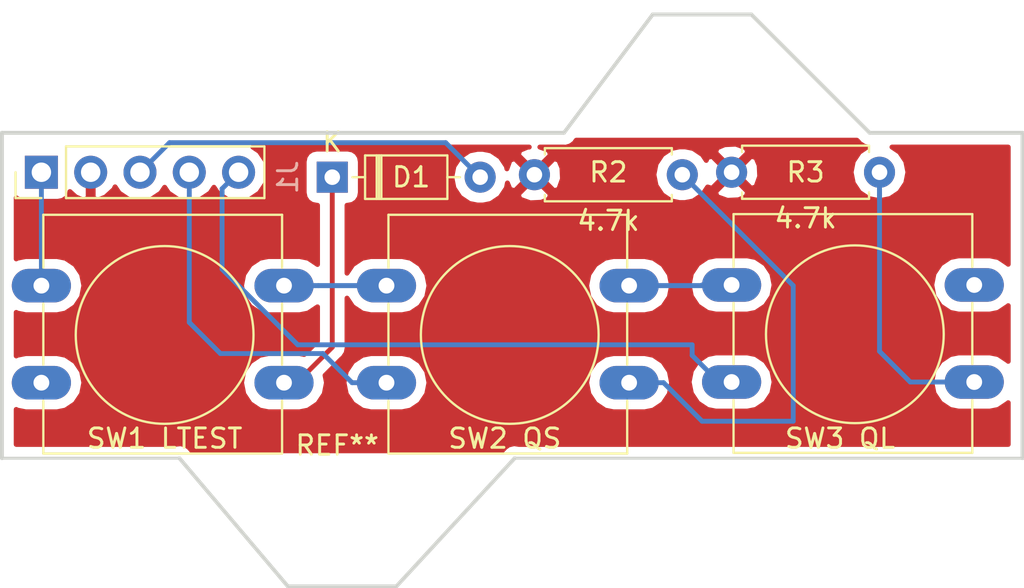
<source format=kicad_pcb>
(kicad_pcb (version 20171130) (host pcbnew "(5.0.2)-1")

  (general
    (thickness 1.6)
    (drawings 12)
    (tracks 36)
    (zones 0)
    (modules 9)
    (nets 7)
  )

  (page A4)
  (layers
    (0 F.Cu signal)
    (31 B.Cu signal)
    (32 B.Adhes user)
    (33 F.Adhes user)
    (34 B.Paste user)
    (35 F.Paste user)
    (36 B.SilkS user)
    (37 F.SilkS user)
    (38 B.Mask user)
    (39 F.Mask user)
    (40 Dwgs.User user)
    (41 Cmts.User user)
    (42 Eco1.User user)
    (43 Eco2.User user)
    (44 Edge.Cuts user)
    (45 Margin user)
    (46 B.CrtYd user)
    (47 F.CrtYd user)
    (48 B.Fab user)
    (49 F.Fab user)
  )

  (setup
    (last_trace_width 0.25)
    (trace_clearance 0.2)
    (zone_clearance 0.508)
    (zone_45_only no)
    (trace_min 0.2)
    (segment_width 0.2)
    (edge_width 0.15)
    (via_size 0.8)
    (via_drill 0.4)
    (via_min_size 0.4)
    (via_min_drill 0.3)
    (uvia_size 0.3)
    (uvia_drill 0.1)
    (uvias_allowed no)
    (uvia_min_size 0.2)
    (uvia_min_drill 0.1)
    (pcb_text_width 0.3)
    (pcb_text_size 1.5 1.5)
    (mod_edge_width 0.15)
    (mod_text_size 1 1)
    (mod_text_width 0.15)
    (pad_size 1.524 1.524)
    (pad_drill 0.762)
    (pad_to_mask_clearance 0.051)
    (solder_mask_min_width 0.25)
    (aux_axis_origin 0 0)
    (visible_elements 7FFFFFFF)
    (pcbplotparams
      (layerselection 0x010fc_ffffffff)
      (usegerberextensions false)
      (usegerberattributes false)
      (usegerberadvancedattributes false)
      (creategerberjobfile false)
      (excludeedgelayer true)
      (linewidth 0.100000)
      (plotframeref false)
      (viasonmask false)
      (mode 1)
      (useauxorigin false)
      (hpglpennumber 1)
      (hpglpenspeed 20)
      (hpglpendiameter 15.000000)
      (psnegative false)
      (psa4output false)
      (plotreference true)
      (plotvalue true)
      (plotinvisibletext false)
      (padsonsilk false)
      (subtractmaskfromsilk false)
      (outputformat 1)
      (mirror false)
      (drillshape 0)
      (scaleselection 1)
      (outputdirectory ""))
  )

  (net 0 "")
  (net 1 +5V)
  (net 2 GND)
  (net 3 "Net-(J1-Pad4)")
  (net 4 "Net-(J1-Pad5)")
  (net 5 "Net-(D1-Pad1)")
  (net 6 "Net-(D1-Pad2)")

  (net_class Default "This is the default net class."
    (clearance 0.2)
    (trace_width 0.25)
    (via_dia 0.8)
    (via_drill 0.4)
    (uvia_dia 0.3)
    (uvia_drill 0.1)
    (add_net +5V)
    (add_net GND)
    (add_net "Net-(D1-Pad1)")
    (add_net "Net-(D1-Pad2)")
    (add_net "Net-(J1-Pad4)")
    (add_net "Net-(J1-Pad5)")
  )

  (module MountingHole:MountingHole_2.2mm_M2 (layer F.Cu) (tedit 5C65F87C) (tstamp 5C401120)
    (at 139.7 94.742)
    (descr "Mounting Hole 2.2mm, no annular, M2")
    (tags "mounting hole 2.2mm no annular m2")
    (attr virtual)
    (fp_text reference REF** (at 0 -3.2) (layer F.Fab)
      (effects (font (size 1 1) (thickness 0.15)))
    )
    (fp_text value MountingHole_2.2mm_M2 (at 0 3.2) (layer F.Fab)
      (effects (font (size 1 1) (thickness 0.15)))
    )
    (fp_text user %R (at 0.3 0) (layer F.Fab)
      (effects (font (size 1 1) (thickness 0.15)))
    )
    (fp_circle (center 0 0) (end 2.2 0) (layer Cmts.User) (width 0.15))
    (fp_circle (center 0 0) (end 2.45 0) (layer F.CrtYd) (width 0.05))
    (pad 1 np_thru_hole circle (at 0 0) (size 2.2 2.2) (drill 2.2) (layers *.Cu *.Mask))
  )

  (module Connector_PinHeader_2.54mm:PinHeader_1x05_P2.54mm_Vertical (layer F.Cu) (tedit 5C3FD53F) (tstamp 5C3C95E1)
    (at 105.41 99.568 90)
    (descr "Through hole straight pin header, 1x05, 2.54mm pitch, single row")
    (tags "Through hole pin header THT 1x05 2.54mm single row")
    (path /5C5B14C4)
    (fp_text reference J1 (at -0.254 12.7 90) (layer B.SilkS)
      (effects (font (size 1 1) (thickness 0.15)) (justify mirror))
    )
    (fp_text value Conn_01x05 (at 0 12.49 90) (layer F.Fab)
      (effects (font (size 1 1) (thickness 0.15)))
    )
    (fp_line (start -0.635 -1.27) (end 1.27 -1.27) (layer F.Fab) (width 0.1))
    (fp_line (start 1.27 -1.27) (end 1.27 11.43) (layer F.Fab) (width 0.1))
    (fp_line (start 1.27 11.43) (end -1.27 11.43) (layer F.Fab) (width 0.1))
    (fp_line (start -1.27 11.43) (end -1.27 -0.635) (layer F.Fab) (width 0.1))
    (fp_line (start -1.27 -0.635) (end -0.635 -1.27) (layer F.Fab) (width 0.1))
    (fp_line (start -1.33 11.49) (end 1.33 11.49) (layer F.SilkS) (width 0.12))
    (fp_line (start -1.33 1.27) (end -1.33 11.49) (layer F.SilkS) (width 0.12))
    (fp_line (start 1.33 1.27) (end 1.33 11.49) (layer F.SilkS) (width 0.12))
    (fp_line (start -1.33 1.27) (end 1.33 1.27) (layer F.SilkS) (width 0.12))
    (fp_line (start -1.33 0) (end -1.33 -1.33) (layer F.SilkS) (width 0.12))
    (fp_line (start -1.33 -1.33) (end 0 -1.33) (layer F.SilkS) (width 0.12))
    (fp_line (start -1.8 -1.8) (end -1.8 11.95) (layer F.CrtYd) (width 0.05))
    (fp_line (start -1.8 11.95) (end 1.8 11.95) (layer F.CrtYd) (width 0.05))
    (fp_line (start 1.8 11.95) (end 1.8 -1.8) (layer F.CrtYd) (width 0.05))
    (fp_line (start 1.8 -1.8) (end -1.8 -1.8) (layer F.CrtYd) (width 0.05))
    (fp_text user %R (at 0 5.08 180) (layer F.Fab)
      (effects (font (size 1 1) (thickness 0.15)))
    )
    (pad 1 thru_hole rect (at 0 0 90) (size 1.7 1.7) (drill 1) (layers *.Cu *.Mask)
      (net 1 +5V))
    (pad 2 thru_hole oval (at 0 2.54 90) (size 1.7 1.7) (drill 1) (layers *.Cu *.Mask)
      (net 2 GND))
    (pad 3 thru_hole oval (at 0 5.08 90) (size 1.7 1.7) (drill 1) (layers *.Cu *.Mask)
      (net 6 "Net-(D1-Pad2)"))
    (pad 4 thru_hole oval (at 0 7.62 90) (size 1.7 1.7) (drill 1) (layers *.Cu *.Mask)
      (net 3 "Net-(J1-Pad4)"))
    (pad 5 thru_hole oval (at 0 10.16 90) (size 1.7 1.7) (drill 1) (layers *.Cu *.Mask)
      (net 4 "Net-(J1-Pad5)"))
    (model ${KISYS3DMOD}/Connector_PinHeader_2.54mm.3dshapes/PinHeader_1x05_P2.54mm_Vertical.wrl
      (at (xyz 0 0 0))
      (scale (xyz 1 1 1))
      (rotate (xyz 0 0 0))
    )
  )

  (module Resistor_THT:R_Axial_DIN0207_L6.3mm_D2.5mm_P7.62mm_Horizontal (layer F.Cu) (tedit 5C65F85B) (tstamp 5C3C960F)
    (at 130.81 99.695)
    (descr "Resistor, Axial_DIN0207 series, Axial, Horizontal, pin pitch=7.62mm, 0.25W = 1/4W, length*diameter=6.3*2.5mm^2, http://cdn-reichelt.de/documents/datenblatt/B400/1_4W%23YAG.pdf")
    (tags "Resistor Axial_DIN0207 series Axial Horizontal pin pitch 7.62mm 0.25W = 1/4W length 6.3mm diameter 2.5mm")
    (path /5C5B1DD1)
    (fp_text reference R2 (at 3.81 -0.127) (layer F.SilkS)
      (effects (font (size 1 1) (thickness 0.15)))
    )
    (fp_text value 4.7k (at 3.81 2.37) (layer F.SilkS)
      (effects (font (size 1 1) (thickness 0.15)))
    )
    (fp_text user %R (at 3.81 0) (layer F.Fab)
      (effects (font (size 1 1) (thickness 0.15)))
    )
    (fp_line (start 8.67 -1.5) (end -1.05 -1.5) (layer F.CrtYd) (width 0.05))
    (fp_line (start 8.67 1.5) (end 8.67 -1.5) (layer F.CrtYd) (width 0.05))
    (fp_line (start -1.05 1.5) (end 8.67 1.5) (layer F.CrtYd) (width 0.05))
    (fp_line (start -1.05 -1.5) (end -1.05 1.5) (layer F.CrtYd) (width 0.05))
    (fp_line (start 7.08 1.37) (end 7.08 1.04) (layer F.SilkS) (width 0.12))
    (fp_line (start 0.54 1.37) (end 7.08 1.37) (layer F.SilkS) (width 0.12))
    (fp_line (start 0.54 1.04) (end 0.54 1.37) (layer F.SilkS) (width 0.12))
    (fp_line (start 7.08 -1.37) (end 7.08 -1.04) (layer F.SilkS) (width 0.12))
    (fp_line (start 0.54 -1.37) (end 7.08 -1.37) (layer F.SilkS) (width 0.12))
    (fp_line (start 0.54 -1.04) (end 0.54 -1.37) (layer F.SilkS) (width 0.12))
    (fp_line (start 7.62 0) (end 6.96 0) (layer F.Fab) (width 0.1))
    (fp_line (start 0 0) (end 0.66 0) (layer F.Fab) (width 0.1))
    (fp_line (start 6.96 -1.25) (end 0.66 -1.25) (layer F.Fab) (width 0.1))
    (fp_line (start 6.96 1.25) (end 6.96 -1.25) (layer F.Fab) (width 0.1))
    (fp_line (start 0.66 1.25) (end 6.96 1.25) (layer F.Fab) (width 0.1))
    (fp_line (start 0.66 -1.25) (end 0.66 1.25) (layer F.Fab) (width 0.1))
    (pad 2 thru_hole oval (at 7.62 0) (size 1.6 1.6) (drill 0.8) (layers *.Cu *.Mask)
      (net 3 "Net-(J1-Pad4)"))
    (pad 1 thru_hole circle (at 0 0) (size 1.6 1.6) (drill 0.8) (layers *.Cu *.Mask)
      (net 2 GND))
    (model ${KISYS3DMOD}/Resistor_THT.3dshapes/R_Axial_DIN0207_L6.3mm_D2.5mm_P7.62mm_Horizontal.wrl
      (at (xyz 0 0 0))
      (scale (xyz 1 1 1))
      (rotate (xyz 0 0 0))
    )
  )

  (module Resistor_THT:R_Axial_DIN0207_L6.3mm_D2.5mm_P7.62mm_Horizontal (layer F.Cu) (tedit 5C65F863) (tstamp 5C3C9626)
    (at 140.97 99.568)
    (descr "Resistor, Axial_DIN0207 series, Axial, Horizontal, pin pitch=7.62mm, 0.25W = 1/4W, length*diameter=6.3*2.5mm^2, http://cdn-reichelt.de/documents/datenblatt/B400/1_4W%23YAG.pdf")
    (tags "Resistor Axial_DIN0207 series Axial Horizontal pin pitch 7.62mm 0.25W = 1/4W length 6.3mm diameter 2.5mm")
    (path /5C5B1D0D)
    (fp_text reference R3 (at 3.81 0) (layer F.SilkS)
      (effects (font (size 1 1) (thickness 0.15)))
    )
    (fp_text value 4.7k (at 3.81 2.37) (layer F.SilkS)
      (effects (font (size 1 1) (thickness 0.15)))
    )
    (fp_line (start 0.66 -1.25) (end 0.66 1.25) (layer F.Fab) (width 0.1))
    (fp_line (start 0.66 1.25) (end 6.96 1.25) (layer F.Fab) (width 0.1))
    (fp_line (start 6.96 1.25) (end 6.96 -1.25) (layer F.Fab) (width 0.1))
    (fp_line (start 6.96 -1.25) (end 0.66 -1.25) (layer F.Fab) (width 0.1))
    (fp_line (start 0 0) (end 0.66 0) (layer F.Fab) (width 0.1))
    (fp_line (start 7.62 0) (end 6.96 0) (layer F.Fab) (width 0.1))
    (fp_line (start 0.54 -1.04) (end 0.54 -1.37) (layer F.SilkS) (width 0.12))
    (fp_line (start 0.54 -1.37) (end 7.08 -1.37) (layer F.SilkS) (width 0.12))
    (fp_line (start 7.08 -1.37) (end 7.08 -1.04) (layer F.SilkS) (width 0.12))
    (fp_line (start 0.54 1.04) (end 0.54 1.37) (layer F.SilkS) (width 0.12))
    (fp_line (start 0.54 1.37) (end 7.08 1.37) (layer F.SilkS) (width 0.12))
    (fp_line (start 7.08 1.37) (end 7.08 1.04) (layer F.SilkS) (width 0.12))
    (fp_line (start -1.05 -1.5) (end -1.05 1.5) (layer F.CrtYd) (width 0.05))
    (fp_line (start -1.05 1.5) (end 8.67 1.5) (layer F.CrtYd) (width 0.05))
    (fp_line (start 8.67 1.5) (end 8.67 -1.5) (layer F.CrtYd) (width 0.05))
    (fp_line (start 8.67 -1.5) (end -1.05 -1.5) (layer F.CrtYd) (width 0.05))
    (fp_text user %R (at 3.81 0) (layer F.Fab)
      (effects (font (size 1 1) (thickness 0.15)))
    )
    (pad 1 thru_hole circle (at 0 0) (size 1.6 1.6) (drill 0.8) (layers *.Cu *.Mask)
      (net 2 GND))
    (pad 2 thru_hole oval (at 7.62 0) (size 1.6 1.6) (drill 0.8) (layers *.Cu *.Mask)
      (net 4 "Net-(J1-Pad5)"))
    (model ${KISYS3DMOD}/Resistor_THT.3dshapes/R_Axial_DIN0207_L6.3mm_D2.5mm_P7.62mm_Horizontal.wrl
      (at (xyz 0 0 0))
      (scale (xyz 1 1 1))
      (rotate (xyz 0 0 0))
    )
  )

  (module Button_Switch_THT:SW_PUSH-12mm (layer F.Cu) (tedit 5C65F82A) (tstamp 5C3C9640)
    (at 105.41 105.41)
    (descr "SW PUSH 12mm https://www.e-switch.com/system/asset/product_line/data_sheet/143/TL1100.pdf")
    (tags "tact sw push 12mm")
    (path /5C5B177D)
    (fp_text reference "SW1 LTEST" (at 6.35 7.874) (layer F.SilkS)
      (effects (font (size 1 1) (thickness 0.15)))
    )
    (fp_text value SW_SPST (at 6.62 9.93) (layer F.Fab)
      (effects (font (size 1 1) (thickness 0.15)))
    )
    (fp_line (start 0.25 8.5) (end 12.25 8.5) (layer F.Fab) (width 0.1))
    (fp_line (start 0.25 -3.5) (end 12.25 -3.5) (layer F.Fab) (width 0.1))
    (fp_line (start 12.25 -3.5) (end 12.25 8.5) (layer F.Fab) (width 0.1))
    (fp_text user %R (at 6.35 2.54) (layer F.Fab)
      (effects (font (size 1 1) (thickness 0.15)))
    )
    (fp_line (start 0.1 -3.65) (end 12.4 -3.65) (layer F.SilkS) (width 0.12))
    (fp_line (start 12.4 0.93) (end 12.4 4.07) (layer F.SilkS) (width 0.12))
    (fp_line (start 12.4 8.65) (end 0.1 8.65) (layer F.SilkS) (width 0.12))
    (fp_line (start 0.1 -0.93) (end 0.1 -3.65) (layer F.SilkS) (width 0.12))
    (fp_line (start -1.77 -3.75) (end 14.25 -3.75) (layer F.CrtYd) (width 0.05))
    (fp_line (start -1.77 -3.75) (end -1.77 8.75) (layer F.CrtYd) (width 0.05))
    (fp_line (start 14.25 8.75) (end 14.25 -3.75) (layer F.CrtYd) (width 0.05))
    (fp_line (start 14.25 8.75) (end -1.77 8.75) (layer F.CrtYd) (width 0.05))
    (fp_circle (center 6.35 2.54) (end 10.16 5.08) (layer F.SilkS) (width 0.12))
    (fp_line (start 0.25 -3.5) (end 0.25 8.5) (layer F.Fab) (width 0.1))
    (fp_line (start 0.1 8.65) (end 0.1 5.93) (layer F.SilkS) (width 0.12))
    (fp_line (start 0.1 4.07) (end 0.1 0.93) (layer F.SilkS) (width 0.12))
    (fp_line (start 12.4 5.93) (end 12.4 8.65) (layer F.SilkS) (width 0.12))
    (fp_line (start 12.4 -3.65) (end 12.4 -0.93) (layer F.SilkS) (width 0.12))
    (pad 1 thru_hole oval (at 12.5 0) (size 3.048 1.7272) (drill 0.8128) (layers *.Cu *.Mask)
      (net 1 +5V))
    (pad 2 thru_hole oval (at 12.5 5) (size 3.048 1.7272) (drill 0.8128) (layers *.Cu *.Mask)
      (net 5 "Net-(D1-Pad1)"))
    (pad 1 thru_hole oval (at 0 0) (size 3.048 1.7272) (drill 0.8128) (layers *.Cu *.Mask)
      (net 1 +5V))
    (pad 2 thru_hole oval (at 0 5) (size 3.048 1.7272) (drill 0.8128) (layers *.Cu *.Mask)
      (net 5 "Net-(D1-Pad1)"))
    (model ${KISYS3DMOD}/Button_Switch_THT.3dshapes/SW_PUSH-12mm.wrl
      (at (xyz 0 0 0))
      (scale (xyz 1 1 1))
      (rotate (xyz 0 0 0))
    )
  )

  (module Button_Switch_THT:SW_PUSH-12mm (layer F.Cu) (tedit 5C65F819) (tstamp 5C3C965A)
    (at 123.19 105.41)
    (descr "SW PUSH 12mm https://www.e-switch.com/system/asset/product_line/data_sheet/143/TL1100.pdf")
    (tags "tact sw push 12mm")
    (path /5C5B17E0)
    (fp_text reference "SW2 QS" (at 6.096 7.874) (layer F.SilkS)
      (effects (font (size 1 1) (thickness 0.15)))
    )
    (fp_text value SW_SPST (at 6.62 9.93) (layer F.Fab)
      (effects (font (size 1 1) (thickness 0.15)))
    )
    (fp_line (start 12.4 -3.65) (end 12.4 -0.93) (layer F.SilkS) (width 0.12))
    (fp_line (start 12.4 5.93) (end 12.4 8.65) (layer F.SilkS) (width 0.12))
    (fp_line (start 0.1 4.07) (end 0.1 0.93) (layer F.SilkS) (width 0.12))
    (fp_line (start 0.1 8.65) (end 0.1 5.93) (layer F.SilkS) (width 0.12))
    (fp_line (start 0.25 -3.5) (end 0.25 8.5) (layer F.Fab) (width 0.1))
    (fp_circle (center 6.35 2.54) (end 10.16 5.08) (layer F.SilkS) (width 0.12))
    (fp_line (start 14.25 8.75) (end -1.77 8.75) (layer F.CrtYd) (width 0.05))
    (fp_line (start 14.25 8.75) (end 14.25 -3.75) (layer F.CrtYd) (width 0.05))
    (fp_line (start -1.77 -3.75) (end -1.77 8.75) (layer F.CrtYd) (width 0.05))
    (fp_line (start -1.77 -3.75) (end 14.25 -3.75) (layer F.CrtYd) (width 0.05))
    (fp_line (start 0.1 -0.93) (end 0.1 -3.65) (layer F.SilkS) (width 0.12))
    (fp_line (start 12.4 8.65) (end 0.1 8.65) (layer F.SilkS) (width 0.12))
    (fp_line (start 12.4 0.93) (end 12.4 4.07) (layer F.SilkS) (width 0.12))
    (fp_line (start 0.1 -3.65) (end 12.4 -3.65) (layer F.SilkS) (width 0.12))
    (fp_text user %R (at 6.35 2.54) (layer F.Fab)
      (effects (font (size 1 1) (thickness 0.15)))
    )
    (fp_line (start 12.25 -3.5) (end 12.25 8.5) (layer F.Fab) (width 0.1))
    (fp_line (start 0.25 -3.5) (end 12.25 -3.5) (layer F.Fab) (width 0.1))
    (fp_line (start 0.25 8.5) (end 12.25 8.5) (layer F.Fab) (width 0.1))
    (pad 2 thru_hole oval (at 0 5) (size 3.048 1.7272) (drill 0.8128) (layers *.Cu *.Mask)
      (net 3 "Net-(J1-Pad4)"))
    (pad 1 thru_hole oval (at 0 0) (size 3.048 1.7272) (drill 0.8128) (layers *.Cu *.Mask)
      (net 1 +5V))
    (pad 2 thru_hole oval (at 12.5 5) (size 3.048 1.7272) (drill 0.8128) (layers *.Cu *.Mask)
      (net 3 "Net-(J1-Pad4)"))
    (pad 1 thru_hole oval (at 12.5 0) (size 3.048 1.7272) (drill 0.8128) (layers *.Cu *.Mask)
      (net 1 +5V))
    (model ${KISYS3DMOD}/Button_Switch_THT.3dshapes/SW_PUSH-12mm.wrl
      (at (xyz 0 0 0))
      (scale (xyz 1 1 1))
      (rotate (xyz 0 0 0))
    )
  )

  (module Button_Switch_THT:SW_PUSH-12mm (layer F.Cu) (tedit 5C65F825) (tstamp 5C3C9674)
    (at 140.97 105.375001)
    (descr "SW PUSH 12mm https://www.e-switch.com/system/asset/product_line/data_sheet/143/TL1100.pdf")
    (tags "tact sw push 12mm")
    (path /5C5B184A)
    (fp_text reference "SW3 QL" (at 5.588 7.908999) (layer F.SilkS)
      (effects (font (size 1 1) (thickness 0.15)))
    )
    (fp_text value SW_SPST (at 6.62 9.93) (layer F.Fab)
      (effects (font (size 1 1) (thickness 0.15)))
    )
    (fp_line (start 0.25 8.5) (end 12.25 8.5) (layer F.Fab) (width 0.1))
    (fp_line (start 0.25 -3.5) (end 12.25 -3.5) (layer F.Fab) (width 0.1))
    (fp_line (start 12.25 -3.5) (end 12.25 8.5) (layer F.Fab) (width 0.1))
    (fp_text user %R (at 6.35 2.54) (layer F.Fab)
      (effects (font (size 1 1) (thickness 0.15)))
    )
    (fp_line (start 0.1 -3.65) (end 12.4 -3.65) (layer F.SilkS) (width 0.12))
    (fp_line (start 12.4 0.93) (end 12.4 4.07) (layer F.SilkS) (width 0.12))
    (fp_line (start 12.4 8.65) (end 0.1 8.65) (layer F.SilkS) (width 0.12))
    (fp_line (start 0.1 -0.93) (end 0.1 -3.65) (layer F.SilkS) (width 0.12))
    (fp_line (start -1.77 -3.75) (end 14.25 -3.75) (layer F.CrtYd) (width 0.05))
    (fp_line (start -1.77 -3.75) (end -1.77 8.75) (layer F.CrtYd) (width 0.05))
    (fp_line (start 14.25 8.75) (end 14.25 -3.75) (layer F.CrtYd) (width 0.05))
    (fp_line (start 14.25 8.75) (end -1.77 8.75) (layer F.CrtYd) (width 0.05))
    (fp_circle (center 6.35 2.54) (end 10.16 5.08) (layer F.SilkS) (width 0.12))
    (fp_line (start 0.25 -3.5) (end 0.25 8.5) (layer F.Fab) (width 0.1))
    (fp_line (start 0.1 8.65) (end 0.1 5.93) (layer F.SilkS) (width 0.12))
    (fp_line (start 0.1 4.07) (end 0.1 0.93) (layer F.SilkS) (width 0.12))
    (fp_line (start 12.4 5.93) (end 12.4 8.65) (layer F.SilkS) (width 0.12))
    (fp_line (start 12.4 -3.65) (end 12.4 -0.93) (layer F.SilkS) (width 0.12))
    (pad 1 thru_hole oval (at 12.5 0) (size 3.048 1.7272) (drill 0.8128) (layers *.Cu *.Mask)
      (net 1 +5V))
    (pad 2 thru_hole oval (at 12.5 5) (size 3.048 1.7272) (drill 0.8128) (layers *.Cu *.Mask)
      (net 4 "Net-(J1-Pad5)"))
    (pad 1 thru_hole oval (at 0 0) (size 3.048 1.7272) (drill 0.8128) (layers *.Cu *.Mask)
      (net 1 +5V))
    (pad 2 thru_hole oval (at 0 5) (size 3.048 1.7272) (drill 0.8128) (layers *.Cu *.Mask)
      (net 4 "Net-(J1-Pad5)"))
    (model ${KISYS3DMOD}/Button_Switch_THT.3dshapes/SW_PUSH-12mm.wrl
      (at (xyz 0 0 0))
      (scale (xyz 1 1 1))
      (rotate (xyz 0 0 0))
    )
  )

  (module MountingHole:MountingHole_2.2mm_M2 (layer F.Cu) (tedit 56D1B4CB) (tstamp 5C401115)
    (at 120.65 116.84)
    (descr "Mounting Hole 2.2mm, no annular, M2")
    (tags "mounting hole 2.2mm no annular m2")
    (attr virtual)
    (fp_text reference REF** (at 0 -3.2) (layer F.SilkS)
      (effects (font (size 1 1) (thickness 0.15)))
    )
    (fp_text value MountingHole_2.2mm_M2 (at 0 3.2) (layer F.Fab)
      (effects (font (size 1 1) (thickness 0.15)))
    )
    (fp_circle (center 0 0) (end 2.45 0) (layer F.CrtYd) (width 0.05))
    (fp_circle (center 0 0) (end 2.2 0) (layer Cmts.User) (width 0.15))
    (fp_text user %R (at 0.3 0) (layer F.Fab)
      (effects (font (size 1 1) (thickness 0.15)))
    )
    (pad 1 np_thru_hole circle (at 0 0) (size 2.2 2.2) (drill 2.2) (layers *.Cu *.Mask))
  )

  (module Diode_THT:D_DO-35_SOD27_P7.62mm_Horizontal (layer F.Cu) (tedit 5AE50CD5) (tstamp 5C7287B7)
    (at 120.396 99.822)
    (descr "Diode, DO-35_SOD27 series, Axial, Horizontal, pin pitch=7.62mm, , length*diameter=4*2mm^2, , http://www.diodes.com/_files/packages/DO-35.pdf")
    (tags "Diode DO-35_SOD27 series Axial Horizontal pin pitch 7.62mm  length 4mm diameter 2mm")
    (path /5C65F8A8)
    (fp_text reference D1 (at 4.064 0) (layer F.SilkS)
      (effects (font (size 1 1) (thickness 0.15)))
    )
    (fp_text value D (at 3.81 2.12) (layer F.Fab)
      (effects (font (size 1 1) (thickness 0.15)))
    )
    (fp_line (start 1.81 -1) (end 1.81 1) (layer F.Fab) (width 0.1))
    (fp_line (start 1.81 1) (end 5.81 1) (layer F.Fab) (width 0.1))
    (fp_line (start 5.81 1) (end 5.81 -1) (layer F.Fab) (width 0.1))
    (fp_line (start 5.81 -1) (end 1.81 -1) (layer F.Fab) (width 0.1))
    (fp_line (start 0 0) (end 1.81 0) (layer F.Fab) (width 0.1))
    (fp_line (start 7.62 0) (end 5.81 0) (layer F.Fab) (width 0.1))
    (fp_line (start 2.41 -1) (end 2.41 1) (layer F.Fab) (width 0.1))
    (fp_line (start 2.51 -1) (end 2.51 1) (layer F.Fab) (width 0.1))
    (fp_line (start 2.31 -1) (end 2.31 1) (layer F.Fab) (width 0.1))
    (fp_line (start 1.69 -1.12) (end 1.69 1.12) (layer F.SilkS) (width 0.12))
    (fp_line (start 1.69 1.12) (end 5.93 1.12) (layer F.SilkS) (width 0.12))
    (fp_line (start 5.93 1.12) (end 5.93 -1.12) (layer F.SilkS) (width 0.12))
    (fp_line (start 5.93 -1.12) (end 1.69 -1.12) (layer F.SilkS) (width 0.12))
    (fp_line (start 1.04 0) (end 1.69 0) (layer F.SilkS) (width 0.12))
    (fp_line (start 6.58 0) (end 5.93 0) (layer F.SilkS) (width 0.12))
    (fp_line (start 2.41 -1.12) (end 2.41 1.12) (layer F.SilkS) (width 0.12))
    (fp_line (start 2.53 -1.12) (end 2.53 1.12) (layer F.SilkS) (width 0.12))
    (fp_line (start 2.29 -1.12) (end 2.29 1.12) (layer F.SilkS) (width 0.12))
    (fp_line (start -1.05 -1.25) (end -1.05 1.25) (layer F.CrtYd) (width 0.05))
    (fp_line (start -1.05 1.25) (end 8.67 1.25) (layer F.CrtYd) (width 0.05))
    (fp_line (start 8.67 1.25) (end 8.67 -1.25) (layer F.CrtYd) (width 0.05))
    (fp_line (start 8.67 -1.25) (end -1.05 -1.25) (layer F.CrtYd) (width 0.05))
    (fp_text user %R (at 4.11 0) (layer F.Fab)
      (effects (font (size 0.8 0.8) (thickness 0.12)))
    )
    (fp_text user K (at 0 -1.8) (layer F.Fab)
      (effects (font (size 1 1) (thickness 0.15)))
    )
    (fp_text user K (at 0 -1.8) (layer F.SilkS)
      (effects (font (size 1 1) (thickness 0.15)))
    )
    (pad 1 thru_hole rect (at 0 0) (size 1.6 1.6) (drill 0.8) (layers *.Cu *.Mask)
      (net 5 "Net-(D1-Pad1)"))
    (pad 2 thru_hole oval (at 7.62 0) (size 1.6 1.6) (drill 0.8) (layers *.Cu *.Mask)
      (net 6 "Net-(D1-Pad2)"))
    (model ${KISYS3DMOD}/Diode_THT.3dshapes/D_DO-35_SOD27_P7.62mm_Horizontal.wrl
      (at (xyz 0 0 0))
      (scale (xyz 1 1 1))
      (rotate (xyz 0 0 0))
    )
  )

  (gr_line (start 155.956 114.3) (end 129.794 114.3) (layer Edge.Cuts) (width 0.15))
  (gr_line (start 112.522 114.3) (end 103.378 114.3) (layer Edge.Cuts) (width 0.15))
  (gr_line (start 123.698 120.904) (end 129.794 114.3) (layer Edge.Cuts) (width 0.2))
  (gr_line (start 118.11 120.904) (end 123.698 120.904) (layer Edge.Cuts) (width 0.2))
  (gr_line (start 112.522 114.3) (end 118.11 120.904) (layer Edge.Cuts) (width 0.2))
  (gr_line (start 132.334 97.536) (end 103.378 97.536) (layer Edge.Cuts) (width 0.2))
  (gr_line (start 136.906 91.44) (end 132.334 97.536) (layer Edge.Cuts) (width 0.2))
  (gr_line (start 141.986 91.44) (end 136.906 91.44) (layer Edge.Cuts) (width 0.2))
  (gr_line (start 148.082 97.536) (end 141.986 91.44) (layer Edge.Cuts) (width 0.2))
  (gr_line (start 155.956 97.536) (end 148.082 97.536) (layer Edge.Cuts) (width 0.2))
  (gr_line (start 155.956 114.3) (end 155.956 97.536) (layer Edge.Cuts) (width 0.2))
  (gr_line (start 103.378 97.536) (end 103.378 114.3) (layer Edge.Cuts) (width 0.2))

  (segment (start 119.684 105.41) (end 122.445001 105.41) (width 0.25) (layer B.Cu) (net 1))
  (segment (start 117.91 105.41) (end 119.684 105.41) (width 0.25) (layer B.Cu) (net 1))
  (segment (start 139.411001 105.41) (end 139.446 105.375001) (width 0.25) (layer B.Cu) (net 1))
  (segment (start 134.945001 105.41) (end 139.411001 105.41) (width 0.25) (layer B.Cu) (net 1))
  (segment (start 123.19 105.41) (end 117.91 105.41) (width 0.25) (layer B.Cu) (net 1))
  (segment (start 105.41 105.41) (end 105.41 99.568) (width 0.25) (layer B.Cu) (net 1))
  (segment (start 140.935001 105.41) (end 140.97 105.375001) (width 0.25) (layer B.Cu) (net 1))
  (segment (start 135.69 105.41) (end 140.935001 105.41) (width 0.25) (layer B.Cu) (net 1))
  (segment (start 121.416 110.41) (end 123.19 110.41) (width 0.25) (layer B.Cu) (net 3))
  (segment (start 119.91401 108.90801) (end 121.416 110.41) (width 0.25) (layer B.Cu) (net 3))
  (segment (start 114.63401 108.90801) (end 119.91401 108.90801) (width 0.25) (layer B.Cu) (net 3))
  (segment (start 113.03 107.304) (end 114.63401 108.90801) (width 0.25) (layer B.Cu) (net 3))
  (segment (start 113.03 99.568) (end 113.03 107.304) (width 0.25) (layer B.Cu) (net 3))
  (segment (start 138.43 99.695) (end 144.145 105.41) (width 0.25) (layer B.Cu) (net 3))
  (segment (start 144.145 105.41) (end 144.145 112.395) (width 0.25) (layer B.Cu) (net 3))
  (segment (start 137.464 110.41) (end 135.69 110.41) (width 0.25) (layer B.Cu) (net 3))
  (segment (start 139.449 112.395) (end 137.464 110.41) (width 0.25) (layer B.Cu) (net 3))
  (segment (start 144.145 112.395) (end 139.449 112.395) (width 0.25) (layer B.Cu) (net 3))
  (segment (start 148.59 100.69937) (end 148.59 99.568) (width 0.25) (layer B.Cu) (net 4))
  (segment (start 148.59 108.793001) (end 148.59 100.69937) (width 0.25) (layer B.Cu) (net 4))
  (segment (start 150.172 110.375001) (end 148.59 108.793001) (width 0.25) (layer B.Cu) (net 4))
  (segment (start 151.946 110.375001) (end 150.172 110.375001) (width 0.25) (layer B.Cu) (net 4))
  (segment (start 140.3096 110.375001) (end 140.97 110.375001) (width 0.25) (layer B.Cu) (net 4))
  (segment (start 115.57 99.568) (end 114.720001 100.417999) (width 0.25) (layer B.Cu) (net 4))
  (segment (start 114.720001 100.417999) (end 114.720001 104.561349) (width 0.25) (layer B.Cu) (net 4))
  (segment (start 114.720001 104.561349) (end 118.616652 108.458) (width 0.25) (layer B.Cu) (net 4))
  (segment (start 118.616652 108.458) (end 138.938 108.458) (width 0.25) (layer B.Cu) (net 4))
  (segment (start 138.938 108.458) (end 138.938 109.003401) (width 0.25) (layer B.Cu) (net 4))
  (segment (start 138.938 109.003401) (end 140.3096 110.375001) (width 0.25) (layer B.Cu) (net 4))
  (segment (start 148.59 99.568) (end 148.59 100.965) (width 0.25) (layer B.Cu) (net 4))
  (segment (start 118.5704 110.41) (end 117.91 110.41) (width 0.25) (layer F.Cu) (net 5))
  (segment (start 120.396 108.5844) (end 118.5704 110.41) (width 0.25) (layer F.Cu) (net 5))
  (segment (start 120.396 99.822) (end 120.396 108.5844) (width 0.25) (layer F.Cu) (net 5))
  (segment (start 128.016 99.822) (end 126.238 98.044) (width 0.25) (layer B.Cu) (net 6))
  (segment (start 112.014 98.044) (end 110.808205 99.249795) (width 0.25) (layer B.Cu) (net 6))
  (segment (start 126.238 98.044) (end 112.014 98.044) (width 0.25) (layer B.Cu) (net 6))

  (zone (net 2) (net_name GND) (layer F.Cu) (tstamp 5C728BBC) (hatch edge 0.508)
    (connect_pads (clearance 0.508))
    (min_thickness 0.254)
    (fill yes (arc_segments 16) (thermal_gap 0.508) (thermal_bridge_width 0.508))
    (polygon
      (pts
        (xy 103.632 97.79) (xy 155.448 97.79) (xy 155.448 114.046) (xy 103.632 114.046)
      )
    )
    (filled_polygon
      (pts
        (xy 147.511091 98.004538) (xy 147.552095 98.065905) (xy 147.795217 98.228354) (xy 147.962262 98.261582) (xy 147.555423 98.533423)
        (xy 147.23826 99.008091) (xy 147.126887 99.568) (xy 147.23826 100.127909) (xy 147.555423 100.602577) (xy 148.030091 100.91974)
        (xy 148.448667 101.003) (xy 148.731333 101.003) (xy 149.149909 100.91974) (xy 149.624577 100.602577) (xy 149.94174 100.127909)
        (xy 150.053113 99.568) (xy 149.94174 99.008091) (xy 149.624577 98.533423) (xy 149.231833 98.271) (xy 155.221001 98.271)
        (xy 155.221001 104.309792) (xy 155.21083 104.294571) (xy 154.715125 103.963351) (xy 154.277998 103.876401) (xy 152.662002 103.876401)
        (xy 152.224875 103.963351) (xy 151.72917 104.294571) (xy 151.39795 104.790276) (xy 151.281641 105.375001) (xy 151.39795 105.959726)
        (xy 151.72917 106.455431) (xy 152.224875 106.786651) (xy 152.662002 106.873601) (xy 154.277998 106.873601) (xy 154.715125 106.786651)
        (xy 155.21083 106.455431) (xy 155.221 106.44021) (xy 155.221 109.309792) (xy 155.21083 109.294571) (xy 154.715125 108.963351)
        (xy 154.277998 108.876401) (xy 152.662002 108.876401) (xy 152.224875 108.963351) (xy 151.72917 109.294571) (xy 151.39795 109.790276)
        (xy 151.281641 110.375001) (xy 151.39795 110.959726) (xy 151.72917 111.455431) (xy 152.224875 111.786651) (xy 152.662002 111.873601)
        (xy 154.277998 111.873601) (xy 154.715125 111.786651) (xy 155.21083 111.455431) (xy 155.221 111.44021) (xy 155.221 113.59)
        (xy 130.010142 113.59) (xy 129.764047 113.551201) (xy 129.479774 113.619662) (xy 129.303018 113.748274) (xy 129.145425 113.919)
        (xy 113.16243 113.919) (xy 113.03633 113.769973) (xy 112.865288 113.633854) (xy 112.584234 113.55319) (xy 112.293706 113.586222)
        (xy 112.286886 113.59) (xy 104.113 113.59) (xy 104.113 111.786988) (xy 104.164875 111.82165) (xy 104.602002 111.9086)
        (xy 106.217998 111.9086) (xy 106.655125 111.82165) (xy 107.15083 111.49043) (xy 107.48205 110.994725) (xy 107.598359 110.41)
        (xy 107.48205 109.825275) (xy 107.15083 109.32957) (xy 106.655125 108.99835) (xy 106.217998 108.9114) (xy 104.602002 108.9114)
        (xy 104.164875 108.99835) (xy 104.113 109.033012) (xy 104.113 106.786988) (xy 104.164875 106.82165) (xy 104.602002 106.9086)
        (xy 106.217998 106.9086) (xy 106.655125 106.82165) (xy 107.15083 106.49043) (xy 107.48205 105.994725) (xy 107.598359 105.41)
        (xy 115.721641 105.41) (xy 115.83795 105.994725) (xy 116.16917 106.49043) (xy 116.664875 106.82165) (xy 117.102002 106.9086)
        (xy 118.717998 106.9086) (xy 119.155125 106.82165) (xy 119.636001 106.500339) (xy 119.636001 108.269597) (xy 118.948374 108.957225)
        (xy 118.717998 108.9114) (xy 117.102002 108.9114) (xy 116.664875 108.99835) (xy 116.16917 109.32957) (xy 115.83795 109.825275)
        (xy 115.721641 110.41) (xy 115.83795 110.994725) (xy 116.16917 111.49043) (xy 116.664875 111.82165) (xy 117.102002 111.9086)
        (xy 118.717998 111.9086) (xy 119.155125 111.82165) (xy 119.65083 111.49043) (xy 119.98205 110.994725) (xy 120.098359 110.41)
        (xy 121.001641 110.41) (xy 121.11795 110.994725) (xy 121.44917 111.49043) (xy 121.944875 111.82165) (xy 122.382002 111.9086)
        (xy 123.997998 111.9086) (xy 124.435125 111.82165) (xy 124.93083 111.49043) (xy 125.26205 110.994725) (xy 125.378359 110.41)
        (xy 133.501641 110.41) (xy 133.61795 110.994725) (xy 133.94917 111.49043) (xy 134.444875 111.82165) (xy 134.882002 111.9086)
        (xy 136.497998 111.9086) (xy 136.935125 111.82165) (xy 137.43083 111.49043) (xy 137.76205 110.994725) (xy 137.878359 110.41)
        (xy 137.871398 110.375001) (xy 138.781641 110.375001) (xy 138.89795 110.959726) (xy 139.22917 111.455431) (xy 139.724875 111.786651)
        (xy 140.162002 111.873601) (xy 141.777998 111.873601) (xy 142.215125 111.786651) (xy 142.71083 111.455431) (xy 143.04205 110.959726)
        (xy 143.158359 110.375001) (xy 143.04205 109.790276) (xy 142.71083 109.294571) (xy 142.215125 108.963351) (xy 141.777998 108.876401)
        (xy 140.162002 108.876401) (xy 139.724875 108.963351) (xy 139.22917 109.294571) (xy 138.89795 109.790276) (xy 138.781641 110.375001)
        (xy 137.871398 110.375001) (xy 137.76205 109.825275) (xy 137.43083 109.32957) (xy 136.935125 108.99835) (xy 136.497998 108.9114)
        (xy 134.882002 108.9114) (xy 134.444875 108.99835) (xy 133.94917 109.32957) (xy 133.61795 109.825275) (xy 133.501641 110.41)
        (xy 125.378359 110.41) (xy 125.26205 109.825275) (xy 124.93083 109.32957) (xy 124.435125 108.99835) (xy 123.997998 108.9114)
        (xy 122.382002 108.9114) (xy 121.944875 108.99835) (xy 121.44917 109.32957) (xy 121.11795 109.825275) (xy 121.001641 110.41)
        (xy 120.098359 110.41) (xy 120.023175 110.032026) (xy 120.880473 109.174729) (xy 120.943929 109.132329) (xy 121.111904 108.880937)
        (xy 121.156 108.659252) (xy 121.156 108.659248) (xy 121.170888 108.584401) (xy 121.156 108.509554) (xy 121.156 106.051671)
        (xy 121.44917 106.49043) (xy 121.944875 106.82165) (xy 122.382002 106.9086) (xy 123.997998 106.9086) (xy 124.435125 106.82165)
        (xy 124.93083 106.49043) (xy 125.26205 105.994725) (xy 125.378359 105.41) (xy 133.501641 105.41) (xy 133.61795 105.994725)
        (xy 133.94917 106.49043) (xy 134.444875 106.82165) (xy 134.882002 106.9086) (xy 136.497998 106.9086) (xy 136.935125 106.82165)
        (xy 137.43083 106.49043) (xy 137.76205 105.994725) (xy 137.878359 105.41) (xy 137.871398 105.375001) (xy 138.781641 105.375001)
        (xy 138.89795 105.959726) (xy 139.22917 106.455431) (xy 139.724875 106.786651) (xy 140.162002 106.873601) (xy 141.777998 106.873601)
        (xy 142.215125 106.786651) (xy 142.71083 106.455431) (xy 143.04205 105.959726) (xy 143.158359 105.375001) (xy 143.04205 104.790276)
        (xy 142.71083 104.294571) (xy 142.215125 103.963351) (xy 141.777998 103.876401) (xy 140.162002 103.876401) (xy 139.724875 103.963351)
        (xy 139.22917 104.294571) (xy 138.89795 104.790276) (xy 138.781641 105.375001) (xy 137.871398 105.375001) (xy 137.76205 104.825275)
        (xy 137.43083 104.32957) (xy 136.935125 103.99835) (xy 136.497998 103.9114) (xy 134.882002 103.9114) (xy 134.444875 103.99835)
        (xy 133.94917 104.32957) (xy 133.61795 104.825275) (xy 133.501641 105.41) (xy 125.378359 105.41) (xy 125.26205 104.825275)
        (xy 124.93083 104.32957) (xy 124.435125 103.99835) (xy 123.997998 103.9114) (xy 122.382002 103.9114) (xy 121.944875 103.99835)
        (xy 121.44917 104.32957) (xy 121.156 104.768329) (xy 121.156 101.26944) (xy 121.196 101.26944) (xy 121.443765 101.220157)
        (xy 121.653809 101.079809) (xy 121.794157 100.869765) (xy 121.84344 100.622) (xy 121.84344 99.822) (xy 126.552887 99.822)
        (xy 126.66426 100.381909) (xy 126.981423 100.856577) (xy 127.456091 101.17374) (xy 127.874667 101.257) (xy 128.157333 101.257)
        (xy 128.575909 101.17374) (xy 129.050577 100.856577) (xy 129.153364 100.702745) (xy 129.981861 100.702745) (xy 130.055995 100.948864)
        (xy 130.593223 101.141965) (xy 131.163454 101.114778) (xy 131.564005 100.948864) (xy 131.638139 100.702745) (xy 130.81 99.874605)
        (xy 129.981861 100.702745) (xy 129.153364 100.702745) (xy 129.36774 100.381909) (xy 129.419844 100.119967) (xy 129.556136 100.449005)
        (xy 129.802255 100.523139) (xy 130.630395 99.695) (xy 130.989605 99.695) (xy 131.817745 100.523139) (xy 132.063864 100.449005)
        (xy 132.256965 99.911777) (xy 132.24663 99.695) (xy 136.966887 99.695) (xy 137.07826 100.254909) (xy 137.395423 100.729577)
        (xy 137.870091 101.04674) (xy 138.288667 101.13) (xy 138.571333 101.13) (xy 138.989909 101.04674) (xy 139.464577 100.729577)
        (xy 139.567364 100.575745) (xy 140.141861 100.575745) (xy 140.215995 100.821864) (xy 140.753223 101.014965) (xy 141.323454 100.987778)
        (xy 141.724005 100.821864) (xy 141.798139 100.575745) (xy 140.97 99.747605) (xy 140.141861 100.575745) (xy 139.567364 100.575745)
        (xy 139.733428 100.327213) (xy 139.962255 100.396139) (xy 140.790395 99.568) (xy 141.149605 99.568) (xy 141.977745 100.396139)
        (xy 142.223864 100.322005) (xy 142.416965 99.784777) (xy 142.389778 99.214546) (xy 142.223864 98.813995) (xy 141.977745 98.739861)
        (xy 141.149605 99.568) (xy 140.790395 99.568) (xy 139.962255 98.739861) (xy 139.716136 98.813995) (xy 139.664038 98.958937)
        (xy 139.464577 98.660423) (xy 139.314665 98.560255) (xy 140.141861 98.560255) (xy 140.97 99.388395) (xy 141.798139 98.560255)
        (xy 141.724005 98.314136) (xy 141.186777 98.121035) (xy 140.616546 98.148222) (xy 140.215995 98.314136) (xy 140.141861 98.560255)
        (xy 139.314665 98.560255) (xy 138.989909 98.34326) (xy 138.571333 98.26) (xy 138.288667 98.26) (xy 137.870091 98.34326)
        (xy 137.395423 98.660423) (xy 137.07826 99.135091) (xy 136.966887 99.695) (xy 132.24663 99.695) (xy 132.229778 99.341546)
        (xy 132.063864 98.940995) (xy 131.817745 98.866861) (xy 130.989605 99.695) (xy 130.630395 99.695) (xy 129.802255 98.866861)
        (xy 129.556136 98.940995) (xy 129.39374 99.3928) (xy 129.36774 99.262091) (xy 129.050577 98.787423) (xy 128.575909 98.47026)
        (xy 128.157333 98.387) (xy 127.874667 98.387) (xy 127.456091 98.47026) (xy 126.981423 98.787423) (xy 126.66426 99.262091)
        (xy 126.552887 99.822) (xy 121.84344 99.822) (xy 121.84344 99.022) (xy 121.794157 98.774235) (xy 121.653809 98.564191)
        (xy 121.443765 98.423843) (xy 121.196 98.37456) (xy 119.596 98.37456) (xy 119.348235 98.423843) (xy 119.138191 98.564191)
        (xy 118.997843 98.774235) (xy 118.94856 99.022) (xy 118.94856 100.622) (xy 118.997843 100.869765) (xy 119.138191 101.079809)
        (xy 119.348235 101.220157) (xy 119.596 101.26944) (xy 119.636 101.26944) (xy 119.636001 104.319661) (xy 119.155125 103.99835)
        (xy 118.717998 103.9114) (xy 117.102002 103.9114) (xy 116.664875 103.99835) (xy 116.16917 104.32957) (xy 115.83795 104.825275)
        (xy 115.721641 105.41) (xy 107.598359 105.41) (xy 107.48205 104.825275) (xy 107.15083 104.32957) (xy 106.655125 103.99835)
        (xy 106.217998 103.9114) (xy 104.602002 103.9114) (xy 104.164875 103.99835) (xy 104.113 104.033012) (xy 104.113 100.883031)
        (xy 104.312235 101.016157) (xy 104.56 101.06544) (xy 106.26 101.06544) (xy 106.507765 101.016157) (xy 106.717809 100.875809)
        (xy 106.858157 100.665765) (xy 106.878739 100.562292) (xy 107.183076 100.839645) (xy 107.59311 101.009476) (xy 107.823 100.888155)
        (xy 107.823 99.695) (xy 107.803 99.695) (xy 107.803 99.441) (xy 107.823 99.441) (xy 107.823 99.421)
        (xy 108.077 99.421) (xy 108.077 99.441) (xy 108.097 99.441) (xy 108.097 99.695) (xy 108.077 99.695)
        (xy 108.077 100.888155) (xy 108.30689 101.009476) (xy 108.716924 100.839645) (xy 109.145183 100.449358) (xy 109.206157 100.319522)
        (xy 109.419375 100.638625) (xy 109.910582 100.966839) (xy 110.343744 101.053) (xy 110.636256 101.053) (xy 111.069418 100.966839)
        (xy 111.560625 100.638625) (xy 111.76 100.340239) (xy 111.959375 100.638625) (xy 112.450582 100.966839) (xy 112.883744 101.053)
        (xy 113.176256 101.053) (xy 113.609418 100.966839) (xy 114.100625 100.638625) (xy 114.3 100.340239) (xy 114.499375 100.638625)
        (xy 114.990582 100.966839) (xy 115.423744 101.053) (xy 115.716256 101.053) (xy 116.149418 100.966839) (xy 116.640625 100.638625)
        (xy 116.968839 100.147418) (xy 117.084092 99.568) (xy 116.968839 98.988582) (xy 116.640625 98.497375) (xy 116.301831 98.271)
        (xy 130.5451 98.271) (xy 130.456546 98.275222) (xy 130.055995 98.441136) (xy 129.981861 98.687255) (xy 130.81 99.515395)
        (xy 131.638139 98.687255) (xy 131.564005 98.441136) (xy 131.090668 98.271) (xy 132.313995 98.271) (xy 132.43998 98.277867)
        (xy 132.528619 98.246687) (xy 132.620783 98.228354) (xy 132.665306 98.198605) (xy 132.715813 98.180838) (xy 132.785771 98.118113)
        (xy 132.863905 98.065905) (xy 132.934007 97.96099) (xy 132.967 97.917) (xy 147.423553 97.917)
      )
    )
  )
)

</source>
